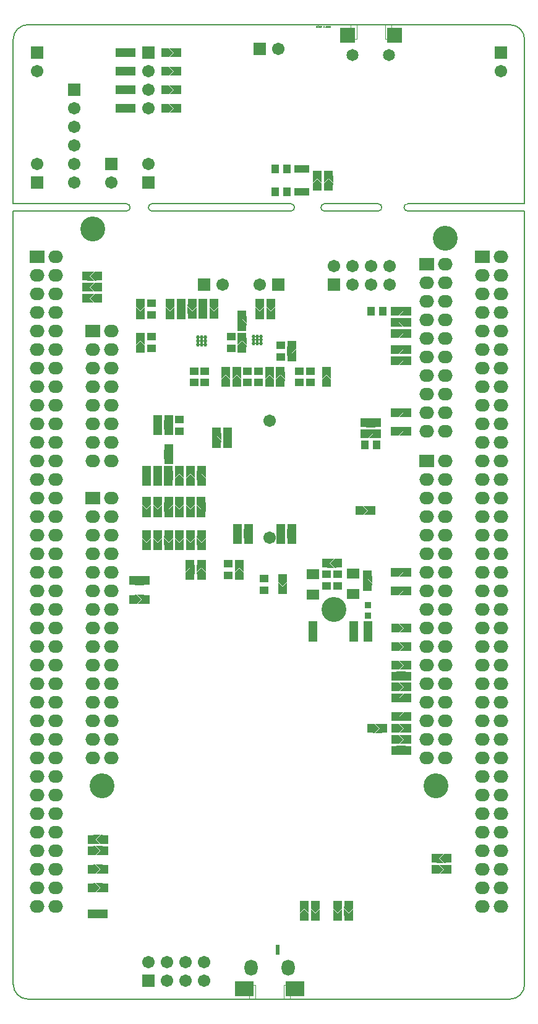
<source format=gbs>
%FSLAX25Y25*%
%MOIN*%
G70*
G01*
G75*
G04 Layer_Color=16711935*
%ADD10R,0.01575X0.05315*%
%ADD11R,0.07087X0.07480*%
%ADD12R,0.05906X0.07480*%
%ADD13R,0.03937X0.03937*%
%ADD14C,0.03937*%
%ADD15R,0.04724X0.02362*%
%ADD16R,0.03937X0.00787*%
%ADD17R,0.00787X0.03937*%
%ADD18R,0.03937X0.07087*%
%ADD19R,0.02362X0.04331*%
%ADD20R,0.01600X0.03000*%
%ADD21R,0.06496X0.01181*%
%ADD22R,0.01181X0.06496*%
G04:AMPARAMS|DCode=23|XSize=39.37mil|YSize=98.43mil|CornerRadius=0mil|HoleSize=0mil|Usage=FLASHONLY|Rotation=135.000|XOffset=0mil|YOffset=0mil|HoleType=Round|Shape=Rectangle|*
%AMROTATEDRECTD23*
4,1,4,0.04872,0.02088,-0.02088,-0.04872,-0.04872,-0.02088,0.02088,0.04872,0.04872,0.02088,0.0*
%
%ADD23ROTATEDRECTD23*%

G04:AMPARAMS|DCode=24|XSize=39.37mil|YSize=98.43mil|CornerRadius=0mil|HoleSize=0mil|Usage=FLASHONLY|Rotation=225.000|XOffset=0mil|YOffset=0mil|HoleType=Round|Shape=Rectangle|*
%AMROTATEDRECTD24*
4,1,4,-0.02088,0.04872,0.04872,-0.02088,0.02088,-0.04872,-0.04872,0.02088,-0.02088,0.04872,0.0*
%
%ADD24ROTATEDRECTD24*%

%ADD25R,0.08661X0.02362*%
%ADD26R,0.01772X0.01969*%
%ADD27R,0.07874X0.04724*%
%ADD28R,0.08000X0.04000*%
%ADD29R,0.09000X0.12000*%
%ADD30R,0.04331X0.05906*%
%ADD31R,0.01575X0.05315*%
%ADD32R,0.06000X0.05000*%
%ADD33R,0.11024X0.05906*%
%ADD34R,0.10630X0.05906*%
%ADD35R,0.09055X0.07087*%
%ADD36R,0.03150X0.03543*%
%ADD37R,0.07874X0.02362*%
%ADD38R,0.03937X0.03543*%
%ADD39R,0.04000X0.03200*%
%ADD40C,0.00906*%
%ADD41R,0.01969X0.00984*%
%ADD42R,0.00984X0.01969*%
%ADD43R,0.03543X0.03937*%
%ADD44R,0.05315X0.01575*%
%ADD45R,0.03937X0.03937*%
%ADD46R,0.05906X0.10630*%
%ADD47R,0.05000X0.06000*%
%ADD48C,0.01000*%
%ADD49C,0.03000*%
%ADD50C,0.02000*%
%ADD51C,0.00500*%
%ADD52C,0.00800*%
%ADD53C,0.00900*%
%ADD54C,0.00600*%
%ADD55C,0.04000*%
%ADD56C,0.00610*%
%ADD57C,0.01600*%
%ADD58R,0.09000X0.05500*%
%ADD59R,0.11400X0.05400*%
%ADD60R,0.24300X0.08400*%
%ADD61R,0.23700X0.05006*%
%ADD62C,0.00394*%
%ADD63C,0.00197*%
%ADD64O,0.06299X0.07874*%
%ADD65R,0.09449X0.07480*%
%ADD66C,0.05709*%
%ADD67O,0.07087X0.05906*%
%ADD68R,0.07087X0.05906*%
%ADD69C,0.05906*%
%ADD70R,0.05906X0.05906*%
%ADD71R,0.05906X0.05906*%
%ADD72C,0.12598*%
%ADD73C,0.01500*%
%ADD74C,0.01600*%
%ADD75C,0.02000*%
%ADD76R,0.01181X0.01772*%
%ADD77R,0.03000X0.03000*%
%ADD78R,0.01181X0.03150*%
%ADD79C,0.01260*%
%ADD80R,0.03200X0.04000*%
%ADD81C,0.00984*%
%ADD82C,0.00787*%
%ADD83C,0.00050*%
%ADD84C,0.01200*%
%ADD85C,0.00300*%
%ADD86C,0.00120*%
%ADD87R,0.00730X0.02560*%
%ADD88R,0.06700X0.01800*%
%ADD89R,0.00650X0.02300*%
%ADD90R,0.03000X0.13551*%
%ADD91R,0.02300X0.00650*%
%ADD92R,0.01800X0.06700*%
%ADD93R,0.02560X0.00730*%
%ADD94R,0.02375X0.06115*%
%ADD95R,0.07887X0.08280*%
%ADD96R,0.06706X0.08280*%
%ADD97C,0.04737*%
%ADD98R,0.05524X0.03162*%
%ADD99R,0.04737X0.01587*%
%ADD100R,0.01587X0.04737*%
%ADD101R,0.04737X0.07887*%
%ADD102R,0.03162X0.05131*%
%ADD103R,0.02400X0.03800*%
%ADD104R,0.07296X0.01981*%
%ADD105R,0.01981X0.07296*%
G04:AMPARAMS|DCode=106|XSize=47.37mil|YSize=106.42mil|CornerRadius=0mil|HoleSize=0mil|Usage=FLASHONLY|Rotation=135.000|XOffset=0mil|YOffset=0mil|HoleType=Round|Shape=Rectangle|*
%AMROTATEDRECTD106*
4,1,4,0.05438,0.02088,-0.02088,-0.05438,-0.05438,-0.02088,0.02088,0.05438,0.05438,0.02088,0.0*
%
%ADD106ROTATEDRECTD106*%

G04:AMPARAMS|DCode=107|XSize=47.37mil|YSize=106.42mil|CornerRadius=0mil|HoleSize=0mil|Usage=FLASHONLY|Rotation=225.000|XOffset=0mil|YOffset=0mil|HoleType=Round|Shape=Rectangle|*
%AMROTATEDRECTD107*
4,1,4,-0.02088,0.05438,0.05438,-0.02088,0.02088,-0.05438,-0.05438,0.02088,-0.02088,0.05438,0.0*
%
%ADD107ROTATEDRECTD107*%

%ADD108R,0.09461X0.03162*%
%ADD109R,0.02572X0.02769*%
%ADD110R,0.08674X0.05524*%
%ADD111R,0.08800X0.04800*%
%ADD112R,0.09800X0.12800*%
%ADD113R,0.05131X0.06706*%
%ADD114R,0.02375X0.06115*%
%ADD115R,0.06800X0.05800*%
%ADD116R,0.11824X0.06706*%
%ADD117R,0.11430X0.06706*%
%ADD118R,0.09855X0.07887*%
%ADD119R,0.03950X0.04343*%
%ADD120R,0.08674X0.03162*%
%ADD121R,0.04737X0.04343*%
%ADD122R,0.04800X0.04000*%
%ADD123C,0.01706*%
%ADD124R,0.02769X0.01784*%
%ADD125R,0.01784X0.02769*%
%ADD126R,0.04343X0.04737*%
%ADD127R,0.06115X0.02375*%
%ADD128R,0.06706X0.11430*%
%ADD129R,0.05800X0.06800*%
%ADD130O,0.07099X0.08674*%
%ADD131R,0.10249X0.08280*%
%ADD132C,0.06509*%
%ADD133O,0.07887X0.06706*%
%ADD134R,0.07887X0.06706*%
%ADD135C,0.06706*%
%ADD136R,0.06706X0.06706*%
%ADD137R,0.06706X0.06706*%
%ADD138C,0.13398*%
%ADD139R,0.01981X0.02572*%
%ADD140R,0.03800X0.03800*%
%ADD141R,0.01981X0.03950*%
%ADD142C,0.02060*%
%ADD143R,0.04000X0.04800*%
G36*
X81400Y10200D02*
X79000Y12600D01*
X76600Y10200D01*
Y14000D01*
X81400D01*
Y10200D01*
D02*
G37*
G36*
X127875Y14800D02*
X130275Y12400D01*
X126475D01*
Y14800D01*
Y17200D01*
X130275D01*
X127875Y14800D01*
D02*
G37*
G36*
X131475Y12400D02*
X130475D01*
X128075Y14800D01*
X130475Y17200D01*
X131475D01*
Y12400D01*
D02*
G37*
G36*
X81400Y10000D02*
Y9000D01*
X76600D01*
Y10000D01*
X79000Y12400D01*
X81400Y10000D01*
D02*
G37*
G36*
X54900Y10100D02*
X52500Y12500D01*
X50100Y10100D01*
Y13900D01*
X54900D01*
Y10100D01*
D02*
G37*
G36*
X61000Y10200D02*
X58600Y12600D01*
X56200Y10200D01*
Y14000D01*
X61000D01*
Y10200D01*
D02*
G37*
G36*
X49200Y24550D02*
X44400D01*
Y28350D01*
X46800Y25950D01*
X49200Y28350D01*
Y24550D01*
D02*
G37*
G36*
X55100D02*
X50300D01*
Y28350D01*
X52700Y25950D01*
X55100Y28350D01*
Y24550D01*
D02*
G37*
G36*
X61000D02*
X56200D01*
Y28350D01*
X58600Y25950D01*
X61000Y28350D01*
Y24550D01*
D02*
G37*
G36*
X31500D02*
X26700D01*
Y28350D01*
X29100Y25950D01*
X31500Y28350D01*
Y24550D01*
D02*
G37*
G36*
X37400D02*
X32600D01*
Y28350D01*
X35000Y25950D01*
X37400Y28350D01*
Y24550D01*
D02*
G37*
G36*
X43300D02*
X38500D01*
Y28350D01*
X40900Y25950D01*
X43300Y28350D01*
Y24550D01*
D02*
G37*
G36*
X61000Y10000D02*
Y9000D01*
X56200D01*
Y10000D01*
X58600Y12400D01*
X61000Y10000D01*
D02*
G37*
G36*
X104800Y975D02*
X100000D01*
Y4775D01*
X102400Y2375D01*
X104800Y4775D01*
Y975D01*
D02*
G37*
G36*
Y4975D02*
X102400Y2575D01*
X100000Y4975D01*
Y5975D01*
X104800D01*
Y4975D01*
D02*
G37*
G36*
X26225Y5500D02*
X23825Y3100D01*
X22825D01*
Y7900D01*
X23825D01*
X26225Y5500D01*
D02*
G37*
G36*
X27825Y-4600D02*
Y-7000D01*
X24025D01*
X26425Y-4600D01*
X24025Y-2200D01*
X27825D01*
Y-4600D01*
D02*
G37*
G36*
X167225Y-100D02*
X164825Y-2500D01*
X163825D01*
Y2300D01*
X164825D01*
X167225Y-100D01*
D02*
G37*
G36*
X168825D02*
Y-2500D01*
X165025D01*
X167425Y-100D01*
X165025Y2300D01*
X168825D01*
Y-100D01*
D02*
G37*
G36*
X167225Y10000D02*
X164825Y7600D01*
X163825D01*
Y12400D01*
X164825D01*
X167225Y10000D01*
D02*
G37*
G36*
X168825D02*
Y7600D01*
X165025D01*
X167425Y10000D01*
X165025Y12400D01*
X168825D01*
Y10000D01*
D02*
G37*
G36*
X54900Y9900D02*
Y8900D01*
X50100D01*
Y9900D01*
X52500Y12300D01*
X54900Y9900D01*
D02*
G37*
G36*
X27825Y5500D02*
Y3100D01*
X24025D01*
X26425Y5500D01*
X24025Y7900D01*
X27825D01*
Y5500D01*
D02*
G37*
G36*
X150600Y4100D02*
Y3100D01*
X145800D01*
Y4100D01*
X148200Y6500D01*
X150600Y4100D01*
D02*
G37*
G36*
Y4300D02*
X148200Y6700D01*
X145800Y4300D01*
Y8100D01*
X150600D01*
Y4300D01*
D02*
G37*
G36*
X31500Y28550D02*
X29100Y26150D01*
X26700Y28550D01*
Y29550D01*
X31500D01*
Y28550D01*
D02*
G37*
G36*
X37400Y42450D02*
X32600D01*
Y46250D01*
X35000Y43850D01*
X37400Y46250D01*
Y42450D01*
D02*
G37*
G36*
X43300D02*
X38500D01*
Y46250D01*
X40900Y43850D01*
X43300Y46250D01*
Y42450D01*
D02*
G37*
G36*
X49200D02*
X44400D01*
Y46250D01*
X46800Y43850D01*
X49200Y46250D01*
Y42450D01*
D02*
G37*
G36*
X148125Y43300D02*
X145725Y40900D01*
X144725D01*
Y45700D01*
X145725D01*
X148125Y43300D01*
D02*
G37*
G36*
X149725D02*
Y40900D01*
X145925D01*
X148325Y43300D01*
X145925Y45700D01*
X149725D01*
Y43300D01*
D02*
G37*
G36*
X31500Y42450D02*
X26700D01*
Y46250D01*
X29100Y43850D01*
X31500Y46250D01*
Y42450D01*
D02*
G37*
G36*
X37400Y46450D02*
X35000Y44050D01*
X32600Y46450D01*
Y47450D01*
X37400D01*
Y46450D01*
D02*
G37*
G36*
X43300D02*
X40900Y44050D01*
X38500Y46450D01*
Y47450D01*
X43300D01*
Y46450D01*
D02*
G37*
G36*
X49200D02*
X46800Y44050D01*
X44400Y46450D01*
Y47450D01*
X49200D01*
Y46450D01*
D02*
G37*
G36*
X55053Y42450D02*
X50253D01*
Y46250D01*
X52653Y43850D01*
X55053Y46250D01*
Y42450D01*
D02*
G37*
G36*
X60930D02*
X56130D01*
Y46250D01*
X58530Y43850D01*
X60930Y46250D01*
Y42450D01*
D02*
G37*
G36*
X31500Y46450D02*
X29100Y44050D01*
X26700Y46450D01*
Y47450D01*
X31500D01*
Y46450D01*
D02*
G37*
G36*
X109670Y29325D02*
X107270Y31725D01*
X104870Y29325D01*
Y33125D01*
X109670D01*
Y29325D01*
D02*
G37*
G36*
X55100Y28550D02*
X52700Y26150D01*
X50300Y28550D01*
Y29550D01*
X55100D01*
Y28550D01*
D02*
G37*
G36*
X61000D02*
X58600Y26150D01*
X56200Y28550D01*
Y29550D01*
X61000D01*
Y28550D01*
D02*
G37*
G36*
X80400Y29125D02*
Y28125D01*
X75600D01*
Y29125D01*
X78000Y31525D01*
X80400Y29125D01*
D02*
G37*
G36*
X37400Y28550D02*
X35000Y26150D01*
X32600Y28550D01*
Y29550D01*
X37400D01*
Y28550D01*
D02*
G37*
G36*
X43300D02*
X40900Y26150D01*
X38500Y28550D01*
Y29550D01*
X43300D01*
Y28550D01*
D02*
G37*
G36*
X49200D02*
X46800Y26150D01*
X44400Y28550D01*
Y29550D01*
X49200D01*
Y28550D01*
D02*
G37*
G36*
X80400Y29325D02*
X78000Y31725D01*
X75600Y29325D01*
Y33125D01*
X80400D01*
Y29325D01*
D02*
G37*
G36*
X86300D02*
X83900Y31725D01*
X81500Y29325D01*
Y33125D01*
X86300D01*
Y29325D01*
D02*
G37*
G36*
X103770D02*
X101370Y31725D01*
X98970Y29325D01*
Y33125D01*
X103770D01*
Y29325D01*
D02*
G37*
G36*
X86300Y29125D02*
Y28125D01*
X81500D01*
Y29125D01*
X83900Y31525D01*
X86300Y29125D01*
D02*
G37*
G36*
X103770D02*
Y28125D01*
X98970D01*
Y29125D01*
X101370Y31525D01*
X103770Y29125D01*
D02*
G37*
G36*
X109670D02*
Y28125D01*
X104870D01*
Y29125D01*
X107270Y31525D01*
X109670Y29125D01*
D02*
G37*
G36*
X186850Y-144200D02*
X189250Y-146600D01*
X185450D01*
Y-144200D01*
Y-141800D01*
X189250D01*
X186850Y-144200D01*
D02*
G37*
G36*
X190450Y-146600D02*
X189450D01*
X187050Y-144200D01*
X189450Y-141800D01*
X190450D01*
Y-146600D01*
D02*
G37*
G36*
X3900Y-139900D02*
X1500Y-142300D01*
X500D01*
Y-137500D01*
X1500D01*
X3900Y-139900D01*
D02*
G37*
G36*
X190700Y-150100D02*
Y-152500D01*
X186900D01*
X189300Y-150100D01*
X186900Y-147700D01*
X190700D01*
Y-150100D01*
D02*
G37*
G36*
X3900Y-149900D02*
X1500Y-152300D01*
X500D01*
Y-147500D01*
X1500D01*
X3900Y-149900D01*
D02*
G37*
G36*
X5500D02*
Y-152300D01*
X1700D01*
X4100Y-149900D01*
X1700Y-147500D01*
X5500D01*
Y-149900D01*
D02*
G37*
G36*
X165175Y-85900D02*
X167575Y-88300D01*
X163775D01*
Y-85900D01*
Y-83500D01*
X167575D01*
X165175Y-85900D01*
D02*
G37*
G36*
X168775Y-88300D02*
X167775D01*
X165375Y-85900D01*
X167775Y-83500D01*
X168775D01*
Y-88300D01*
D02*
G37*
G36*
X167425Y-80000D02*
X165025Y-82400D01*
X164025D01*
Y-77600D01*
X165025D01*
X167425Y-80000D01*
D02*
G37*
G36*
X5500Y-139900D02*
Y-142300D01*
X1700D01*
X4100Y-139900D01*
X1700Y-137500D01*
X5500D01*
Y-139900D01*
D02*
G37*
G36*
X1650Y-133900D02*
X4050Y-136300D01*
X250D01*
Y-133900D01*
Y-131500D01*
X4050D01*
X1650Y-133900D01*
D02*
G37*
G36*
X5250Y-136300D02*
X4250D01*
X1850Y-133900D01*
X4250Y-131500D01*
X5250D01*
Y-136300D01*
D02*
G37*
G36*
X189100Y-150100D02*
X186700Y-152500D01*
X185700D01*
Y-147700D01*
X186700D01*
X189100Y-150100D01*
D02*
G37*
G36*
X122400Y-175025D02*
X117600D01*
Y-171225D01*
X120000Y-173625D01*
X122400Y-171225D01*
Y-175025D01*
D02*
G37*
G36*
X134400D02*
X129600D01*
Y-171225D01*
X132000Y-173625D01*
X134400Y-171225D01*
Y-175025D01*
D02*
G37*
G36*
X140300D02*
X135500D01*
Y-171225D01*
X137900Y-173625D01*
X140300Y-171225D01*
Y-175025D01*
D02*
G37*
G36*
X1575Y-174100D02*
X3975Y-176500D01*
X175D01*
Y-174100D01*
Y-171700D01*
X3975D01*
X1575Y-174100D01*
D02*
G37*
G36*
X5175Y-176500D02*
X4175D01*
X1775Y-174100D01*
X4175Y-171700D01*
X5175D01*
Y-176500D01*
D02*
G37*
G36*
X116500Y-173769D02*
Y-174769D01*
X111700D01*
Y-173769D01*
X114100Y-171369D01*
X116500Y-173769D01*
D02*
G37*
G36*
X140300Y-171025D02*
X137900Y-173425D01*
X135500Y-171025D01*
Y-170025D01*
X140300D01*
Y-171025D01*
D02*
G37*
G36*
X3900Y-159900D02*
X1500Y-162300D01*
X500D01*
Y-157500D01*
X1500D01*
X3900Y-159900D01*
D02*
G37*
G36*
X5500D02*
Y-162300D01*
X1700D01*
X4100Y-159900D01*
X1700Y-157500D01*
X5500D01*
Y-159900D01*
D02*
G37*
G36*
X116500Y-173569D02*
X114100Y-171169D01*
X111700Y-173569D01*
Y-169769D01*
X116500D01*
Y-173569D01*
D02*
G37*
G36*
X122400Y-171025D02*
X120000Y-173425D01*
X117600Y-171025D01*
Y-170025D01*
X122400D01*
Y-171025D01*
D02*
G37*
G36*
X134400D02*
X132000Y-173425D01*
X129600Y-171025D01*
Y-170025D01*
X134400D01*
Y-171025D01*
D02*
G37*
G36*
X169025Y-80000D02*
Y-82400D01*
X165225D01*
X167625Y-80000D01*
X165225Y-77600D01*
X169025D01*
Y-80000D01*
D02*
G37*
G36*
X121200Y-23275D02*
Y-24275D01*
X116400D01*
Y-23275D01*
X118800Y-20875D01*
X121200Y-23275D01*
D02*
G37*
G36*
X143100D02*
Y-24275D01*
X138300D01*
Y-23275D01*
X140700Y-20875D01*
X143100Y-23275D01*
D02*
G37*
G36*
X150700D02*
Y-24275D01*
X145900D01*
Y-23275D01*
X148300Y-20875D01*
X150700Y-23275D01*
D02*
G37*
G36*
X169025Y-40000D02*
Y-42400D01*
X165225D01*
X167625Y-40000D01*
X165225Y-37600D01*
X169025D01*
Y-40000D01*
D02*
G37*
G36*
X167425Y-30000D02*
X165025Y-32400D01*
X164025D01*
Y-27600D01*
X165025D01*
X167425Y-30000D01*
D02*
G37*
G36*
X169025D02*
Y-32400D01*
X165225D01*
X167625Y-30000D01*
X165225Y-27600D01*
X169025D01*
Y-30000D01*
D02*
G37*
G36*
X167425Y-20000D02*
X165025Y-22400D01*
X164025D01*
Y-17600D01*
X165025D01*
X167425Y-20000D01*
D02*
G37*
G36*
X169025D02*
Y-22400D01*
X165225D01*
X167625Y-20000D01*
X165225Y-17600D01*
X169025D01*
Y-20000D01*
D02*
G37*
G36*
X26225Y-4600D02*
X23825Y-7000D01*
X22825D01*
Y-2200D01*
X23825D01*
X26225Y-4600D01*
D02*
G37*
G36*
X121200Y-23075D02*
X118800Y-20675D01*
X116400Y-23075D01*
Y-19275D01*
X121200D01*
Y-23075D01*
D02*
G37*
G36*
X143100D02*
X140700Y-20675D01*
X138300Y-23075D01*
Y-19275D01*
X143100D01*
Y-23075D01*
D02*
G37*
G36*
X150700D02*
X148300Y-20675D01*
X145900Y-23075D01*
Y-19275D01*
X150700D01*
Y-23075D01*
D02*
G37*
G36*
X167425Y-40000D02*
X165025Y-42400D01*
X164025D01*
Y-37600D01*
X165025D01*
X167425Y-40000D01*
D02*
G37*
G36*
X169025Y-74100D02*
Y-76500D01*
X165225D01*
X167625Y-74100D01*
X165225Y-71700D01*
X169025D01*
Y-74100D01*
D02*
G37*
G36*
X165200Y-67700D02*
X167600Y-70100D01*
X163800D01*
Y-67700D01*
Y-65300D01*
X167600D01*
X165200Y-67700D01*
D02*
G37*
G36*
X168800Y-70100D02*
X167800D01*
X165400Y-67700D01*
X167800Y-65300D01*
X168800D01*
Y-70100D01*
D02*
G37*
G36*
X154525Y-74200D02*
X152125Y-76600D01*
X151125D01*
Y-71800D01*
X152125D01*
X154525Y-74200D01*
D02*
G37*
G36*
X156125D02*
Y-76600D01*
X152325D01*
X154725Y-74200D01*
X152325Y-71800D01*
X156125D01*
Y-74200D01*
D02*
G37*
G36*
X167425Y-74100D02*
X165025Y-76500D01*
X164025D01*
Y-71700D01*
X165025D01*
X167425Y-74100D01*
D02*
G37*
G36*
X169025Y-51800D02*
Y-54200D01*
X165225D01*
X167625Y-51800D01*
X165225Y-49400D01*
X169025D01*
Y-51800D01*
D02*
G37*
G36*
X165175Y-45900D02*
X167575Y-48300D01*
X163775D01*
Y-45900D01*
Y-43500D01*
X167575D01*
X165175Y-45900D01*
D02*
G37*
G36*
X168775Y-48300D02*
X167775D01*
X165375Y-45900D01*
X167775Y-43500D01*
X168775D01*
Y-48300D01*
D02*
G37*
G36*
X165175Y-57700D02*
X167575Y-60100D01*
X163775D01*
Y-57700D01*
Y-55300D01*
X167575D01*
X165175Y-57700D01*
D02*
G37*
G36*
X168775Y-60100D02*
X167775D01*
X165375Y-57700D01*
X167775Y-55300D01*
X168775D01*
Y-60100D01*
D02*
G37*
G36*
X167425Y-51800D02*
X165025Y-54200D01*
X164025D01*
Y-49400D01*
X165025D01*
X167425Y-51800D01*
D02*
G37*
G36*
X55960Y149208D02*
X51160D01*
Y153008D01*
X53560Y150608D01*
X55960Y153008D01*
Y149208D01*
D02*
G37*
G36*
X50100Y150625D02*
X47700Y153025D01*
X45300Y150625D01*
Y154425D01*
X50100D01*
Y150625D01*
D02*
G37*
G36*
X61860Y150658D02*
X59460Y153058D01*
X57060Y150658D01*
Y154458D01*
X61860D01*
Y150658D01*
D02*
G37*
G36*
X92379Y149175D02*
X87579D01*
Y152975D01*
X89979Y150575D01*
X92379Y152975D01*
Y149175D01*
D02*
G37*
G36*
X98400D02*
X93600D01*
Y152975D01*
X96000Y150575D01*
X98400Y152975D01*
Y149175D01*
D02*
G37*
G36*
X67800Y149200D02*
X63000D01*
Y153000D01*
X65400Y150600D01*
X67800Y153000D01*
Y149200D01*
D02*
G37*
G36*
X98400Y153175D02*
X96000Y150775D01*
X93600Y153175D01*
Y154175D01*
X98400D01*
Y153175D01*
D02*
G37*
G36*
X67800Y153200D02*
X65400Y150800D01*
X63000Y153200D01*
Y154200D01*
X67800D01*
Y153200D01*
D02*
G37*
G36*
X55960Y153208D02*
X53560Y150808D01*
X51160Y153208D01*
Y154208D01*
X55960D01*
Y153208D01*
D02*
G37*
G36*
X28200Y153175D02*
X25800Y150775D01*
X23400Y153175D01*
Y154175D01*
X28200D01*
Y153175D01*
D02*
G37*
G36*
X44030D02*
X41630Y150775D01*
X39230Y153175D01*
Y154175D01*
X44030D01*
Y153175D01*
D02*
G37*
G36*
X92379D02*
X89979Y150775D01*
X87579Y153175D01*
Y154175D01*
X92379D01*
Y153175D01*
D02*
G37*
G36*
X44030Y149175D02*
X39230D01*
Y152975D01*
X41630Y150575D01*
X44030Y152975D01*
Y149175D01*
D02*
G37*
G36*
X165000Y144600D02*
X167400Y142200D01*
X163600D01*
Y144600D01*
Y147000D01*
X167400D01*
X165000Y144600D01*
D02*
G37*
G36*
X168600Y142200D02*
X167600D01*
X165200Y144600D01*
X167600Y147000D01*
X168600D01*
Y142200D01*
D02*
G37*
G36*
X82900Y144100D02*
Y143100D01*
X78100D01*
Y144100D01*
X80500Y146500D01*
X82900Y144100D01*
D02*
G37*
G36*
Y132525D02*
X80500Y134925D01*
X78100Y132525D01*
Y136325D01*
X82900D01*
Y132525D01*
D02*
G37*
G36*
X167225Y138700D02*
X164825Y136300D01*
X163825D01*
Y141100D01*
X164825D01*
X167225Y138700D01*
D02*
G37*
G36*
X168825D02*
Y136300D01*
X165025D01*
X167425Y138700D01*
X165025Y141100D01*
X168825D01*
Y138700D01*
D02*
G37*
G36*
X50100Y150425D02*
Y149425D01*
X45300D01*
Y150425D01*
X47700Y152825D01*
X50100Y150425D01*
D02*
G37*
G36*
X61860Y150458D02*
Y149458D01*
X57060D01*
Y150458D01*
X59460Y152858D01*
X61860Y150458D01*
D02*
G37*
G36*
X28200Y149175D02*
X23400D01*
Y152975D01*
X25800Y150575D01*
X28200Y152975D01*
Y149175D01*
D02*
G37*
G36*
X82900Y144300D02*
X80500Y146700D01*
X78100Y144300D01*
Y148100D01*
X82900D01*
Y144300D01*
D02*
G37*
G36*
X167250Y150600D02*
X164850Y148200D01*
X163850D01*
Y153000D01*
X164850D01*
X167250Y150600D01*
D02*
G37*
G36*
X168850D02*
Y148200D01*
X165050D01*
X167450Y150600D01*
X165050Y153000D01*
X168850D01*
Y150600D01*
D02*
G37*
G36*
X-1600Y157700D02*
X800Y155300D01*
X-3000D01*
Y157700D01*
Y160100D01*
X800D01*
X-1600Y157700D01*
D02*
G37*
G36*
X45025Y270000D02*
Y267600D01*
X41225D01*
X43625Y270000D01*
X41225Y272400D01*
X45025D01*
Y270000D01*
D02*
G37*
G36*
X18625Y280000D02*
X16225Y277600D01*
X15225D01*
Y282400D01*
X16225D01*
X18625Y280000D01*
D02*
G37*
G36*
X20225D02*
Y277600D01*
X16425D01*
X18825Y280000D01*
X16425Y282400D01*
X20225D01*
Y280000D01*
D02*
G37*
G36*
X18625Y270000D02*
X16225Y267600D01*
X15225D01*
Y272400D01*
X16225D01*
X18625Y270000D01*
D02*
G37*
G36*
X20225D02*
Y267600D01*
X16425D01*
X18825Y270000D01*
X16425Y272400D01*
X20225D01*
Y270000D01*
D02*
G37*
G36*
X43425D02*
X41025Y267600D01*
X40025D01*
Y272400D01*
X41025D01*
X43425Y270000D01*
D02*
G37*
G36*
X20225Y290000D02*
Y287600D01*
X16425D01*
X18825Y290000D01*
X16425Y292400D01*
X20225D01*
Y290000D01*
D02*
G37*
G36*
X43425D02*
X41025Y287600D01*
X40025D01*
Y292400D01*
X41025D01*
X43425Y290000D01*
D02*
G37*
G36*
X45025D02*
Y287600D01*
X41225D01*
X43625Y290000D01*
X41225Y292400D01*
X45025D01*
Y290000D01*
D02*
G37*
G36*
X43425Y280000D02*
X41025Y277600D01*
X40025D01*
Y282400D01*
X41025D01*
X43425Y280000D01*
D02*
G37*
G36*
X45025D02*
Y277600D01*
X41225D01*
X43625Y280000D01*
X41225Y282400D01*
X45025D01*
Y280000D01*
D02*
G37*
G36*
X18625Y290000D02*
X16225Y287600D01*
X15225D01*
Y292400D01*
X16225D01*
X18625Y290000D01*
D02*
G37*
G36*
X45025Y260000D02*
Y257600D01*
X41225D01*
X43625Y260000D01*
X41225Y262400D01*
X45025D01*
Y260000D01*
D02*
G37*
G36*
X-1600Y169500D02*
X800Y167100D01*
X-3000D01*
Y169500D01*
Y171900D01*
X800D01*
X-1600Y169500D01*
D02*
G37*
G36*
X2000Y167100D02*
X1000D01*
X-1400Y169500D01*
X1000Y171900D01*
X2000D01*
Y167100D01*
D02*
G37*
G36*
X123400Y219600D02*
Y218600D01*
X118600D01*
Y219600D01*
X121000Y222000D01*
X123400Y219600D01*
D02*
G37*
G36*
X2000Y155300D02*
X1000D01*
X-1400Y157700D01*
X1000Y160100D01*
X2000D01*
Y155300D01*
D02*
G37*
G36*
X-1600Y163600D02*
X800Y161200D01*
X-3000D01*
Y163600D01*
Y166000D01*
X800D01*
X-1600Y163600D01*
D02*
G37*
G36*
X2000Y161200D02*
X1000D01*
X-1400Y163600D01*
X1000Y166000D01*
X2000D01*
Y161200D01*
D02*
G37*
G36*
X18625Y260000D02*
X16225Y257600D01*
X15225D01*
Y262400D01*
X16225D01*
X18625Y260000D01*
D02*
G37*
G36*
X20225D02*
Y257600D01*
X16425D01*
X18825Y260000D01*
X16425Y262400D01*
X20225D01*
Y260000D01*
D02*
G37*
G36*
X43425D02*
X41025Y257600D01*
X40025D01*
Y262400D01*
X41025D01*
X43425Y260000D01*
D02*
G37*
G36*
X129600Y219600D02*
Y218600D01*
X124800D01*
Y219600D01*
X127200Y222000D01*
X129600Y219600D01*
D02*
G37*
G36*
X123400Y219800D02*
X121000Y222200D01*
X118600Y219800D01*
Y223600D01*
X123400D01*
Y219800D01*
D02*
G37*
G36*
X129600D02*
X127200Y222200D01*
X124800Y219800D01*
Y223600D01*
X129600D01*
Y219800D01*
D02*
G37*
G36*
X69257Y81100D02*
Y80100D01*
X64457D01*
Y81100D01*
X66857Y83500D01*
X69257Y81100D01*
D02*
G37*
G36*
X75200D02*
Y80100D01*
X70400D01*
Y81100D01*
X72800Y83500D01*
X75200Y81100D01*
D02*
G37*
G36*
X69257Y81300D02*
X66857Y83700D01*
X64457Y81300D01*
Y85100D01*
X69257D01*
Y81300D01*
D02*
G37*
G36*
X60953Y60725D02*
X58553Y63125D01*
X56153Y60725D01*
Y64525D01*
X60953D01*
Y60725D01*
D02*
G37*
G36*
X43300Y71075D02*
X38500D01*
Y74875D01*
X40900Y72475D01*
X43300Y74875D01*
Y71075D01*
D02*
G37*
G36*
Y75075D02*
X40900Y72675D01*
X38500Y75075D01*
Y76075D01*
X43300D01*
Y75075D01*
D02*
G37*
G36*
X167225Y86000D02*
X164825Y83600D01*
X163825D01*
Y88400D01*
X164825D01*
X167225Y86000D01*
D02*
G37*
G36*
X168825D02*
Y83600D01*
X165025D01*
X167425Y86000D01*
X165025Y88400D01*
X168825D01*
Y86000D01*
D02*
G37*
G36*
X37400Y87825D02*
Y86825D01*
X32600D01*
Y87825D01*
X35000Y90225D01*
X37400Y87825D01*
D02*
G37*
G36*
X75200Y81300D02*
X72800Y83700D01*
X70400Y81300D01*
Y85100D01*
X75200D01*
Y81300D01*
D02*
G37*
G36*
X150925Y84600D02*
X148525Y82200D01*
X147525D01*
Y87000D01*
X148525D01*
X150925Y84600D01*
D02*
G37*
G36*
X152525D02*
Y82200D01*
X148725D01*
X151125Y84600D01*
X148725Y87000D01*
X152525D01*
Y84600D01*
D02*
G37*
G36*
X55053Y60725D02*
X52653Y63125D01*
X50253Y60725D01*
Y64525D01*
X55053D01*
Y60725D01*
D02*
G37*
G36*
X31453Y60500D02*
Y59500D01*
X26653D01*
Y60500D01*
X29053Y62900D01*
X31453Y60500D01*
D02*
G37*
G36*
X37353D02*
Y59500D01*
X32553D01*
Y60500D01*
X34953Y62900D01*
X37353Y60500D01*
D02*
G37*
G36*
X49153Y60525D02*
Y59525D01*
X44353D01*
Y60525D01*
X46753Y62925D01*
X49153Y60525D01*
D02*
G37*
G36*
X55053Y46450D02*
X52653Y44050D01*
X50253Y46450D01*
Y47450D01*
X55053D01*
Y46450D01*
D02*
G37*
G36*
X60930D02*
X58530Y44050D01*
X56130Y46450D01*
Y47450D01*
X60930D01*
Y46450D01*
D02*
G37*
G36*
X43253Y60498D02*
Y59498D01*
X38453D01*
Y60498D01*
X40853Y62898D01*
X43253Y60498D01*
D02*
G37*
G36*
X31453Y60700D02*
X29053Y63100D01*
X26653Y60700D01*
Y64500D01*
X31453D01*
Y60700D01*
D02*
G37*
G36*
X37353D02*
X34953Y63100D01*
X32553Y60700D01*
Y64500D01*
X37353D01*
Y60700D01*
D02*
G37*
G36*
X49153Y60725D02*
X46753Y63125D01*
X44353Y60725D01*
Y64525D01*
X49153D01*
Y60725D01*
D02*
G37*
G36*
X55053Y60525D02*
Y59525D01*
X50253D01*
Y60525D01*
X52653Y62925D01*
X55053Y60525D01*
D02*
G37*
G36*
X60953D02*
Y59525D01*
X56153D01*
Y60525D01*
X58553Y62925D01*
X60953Y60525D01*
D02*
G37*
G36*
X43253Y60698D02*
X40853Y63098D01*
X38453Y60698D01*
Y64498D01*
X43253D01*
Y60698D01*
D02*
G37*
G36*
X43300Y87825D02*
Y86825D01*
X38500D01*
Y87825D01*
X40900Y90225D01*
X43300Y87825D01*
D02*
G37*
G36*
X167225Y124000D02*
X164825Y121600D01*
X163825D01*
Y126400D01*
X164825D01*
X167225Y124000D01*
D02*
G37*
G36*
X168825D02*
Y121600D01*
X165025D01*
X167425Y124000D01*
X165025Y126400D01*
X168825D01*
Y124000D01*
D02*
G37*
G36*
X167225Y129900D02*
X164825Y127500D01*
X163825D01*
Y132300D01*
X164825D01*
X167225Y129900D01*
D02*
G37*
G36*
X128500Y114100D02*
X126100Y116500D01*
X123700Y114100D01*
Y117900D01*
X128500D01*
Y114100D01*
D02*
G37*
G36*
X97700Y114125D02*
X95300Y116525D01*
X92900Y114125D01*
Y117925D01*
X97700D01*
Y114125D01*
D02*
G37*
G36*
X103600D02*
X101200Y116525D01*
X98800Y114125D01*
Y117925D01*
X103600D01*
Y114125D01*
D02*
G37*
G36*
X28200Y132325D02*
Y131325D01*
X23400D01*
Y132325D01*
X25800Y134725D01*
X28200Y132325D01*
D02*
G37*
G36*
X82900D02*
Y131325D01*
X78100D01*
Y132325D01*
X80500Y134725D01*
X82900Y132325D01*
D02*
G37*
G36*
X28200Y132525D02*
X25800Y134925D01*
X23400Y132525D01*
Y136325D01*
X28200D01*
Y132525D01*
D02*
G37*
G36*
X168825Y129900D02*
Y127500D01*
X165025D01*
X167425Y129900D01*
X165025Y132300D01*
X168825D01*
Y129900D01*
D02*
G37*
G36*
X109647Y126480D02*
X104847D01*
Y130280D01*
X107247Y127881D01*
X109647Y130280D01*
Y126480D01*
D02*
G37*
G36*
Y130481D02*
X107247Y128080D01*
X104847Y130481D01*
Y131481D01*
X109647D01*
Y130481D01*
D02*
G37*
G36*
X80070Y114100D02*
X77670Y116500D01*
X75270Y114100D01*
Y117900D01*
X80070D01*
Y114100D01*
D02*
G37*
G36*
X152525Y90500D02*
Y88100D01*
X148725D01*
X151125Y90500D01*
X148725Y92900D01*
X152525D01*
Y90500D01*
D02*
G37*
G36*
X167225Y96000D02*
X164825Y93600D01*
X163825D01*
Y98400D01*
X164825D01*
X167225Y96000D01*
D02*
G37*
G36*
X168825D02*
Y93600D01*
X165025D01*
X167425Y96000D01*
X165025Y98400D01*
X168825D01*
Y96000D01*
D02*
G37*
G36*
X37400Y88025D02*
X35000Y90425D01*
X32600Y88025D01*
Y91825D01*
X37400D01*
Y88025D01*
D02*
G37*
G36*
X43300D02*
X40900Y90425D01*
X38500Y88025D01*
Y91825D01*
X43300D01*
Y88025D01*
D02*
G37*
G36*
X150925Y90500D02*
X148525Y88100D01*
X147525D01*
Y92900D01*
X148525D01*
X150925Y90500D01*
D02*
G37*
G36*
X97700Y113925D02*
Y112925D01*
X92900D01*
Y113925D01*
X95300Y116325D01*
X97700Y113925D01*
D02*
G37*
G36*
X103600D02*
Y112925D01*
X98800D01*
Y113925D01*
X101200Y116325D01*
X103600Y113925D01*
D02*
G37*
G36*
X74170Y114100D02*
X71770Y116500D01*
X69370Y114100D01*
Y117900D01*
X74170D01*
Y114100D01*
D02*
G37*
G36*
Y113900D02*
Y112900D01*
X69370D01*
Y113900D01*
X71770Y116300D01*
X74170Y113900D01*
D02*
G37*
G36*
X80070D02*
Y112900D01*
X75270D01*
Y113900D01*
X77670Y116300D01*
X80070Y113900D01*
D02*
G37*
G36*
X128500Y113900D02*
Y112900D01*
X123700D01*
Y113900D01*
X126100Y116300D01*
X128500Y113900D01*
D02*
G37*
D51*
X232796Y297086D02*
G03*
X224921Y304960I-7874J0D01*
G01*
X-34921D02*
G03*
X-42795Y297086I0J-7874D01*
G01*
X106811Y204566D02*
G03*
X106811Y208503I0J1969D01*
G01*
X32008D02*
G03*
X32008Y204566I0J-1969D01*
G01*
X18229D02*
G03*
X18229Y208503I0J1969D01*
G01*
X153858Y204566D02*
G03*
X153858Y208503I0J1969D01*
G01*
X125000Y208503D02*
G03*
X125000Y204566I-0J-1969D01*
G01*
X169803Y208503D02*
G03*
X169803Y204566I0J-1969D01*
G01*
X224921Y-219980D02*
G03*
X232796Y-212106I0J7874D01*
G01*
X-42780Y-212122D02*
G03*
X-34906Y-219996I7874J0D01*
G01*
X-42795Y-212126D02*
Y204567D01*
X232796Y297086D02*
X232796Y297086D01*
Y208503D02*
Y297086D01*
Y-212126D02*
Y204566D01*
X-42795Y208503D02*
Y297086D01*
Y204566D02*
X18229D01*
X-42795Y208503D02*
X18229D01*
X169803D02*
X232796D01*
X169803Y204566D02*
X232796D01*
X32008Y208503D02*
X106811Y208503D01*
X32008Y204566D02*
X106811Y204566D01*
X-34921Y304960D02*
X224921D01*
X125000Y208503D02*
X153858D01*
X125000Y204566D02*
X153858D01*
X-34921Y-220000D02*
X224921D01*
D62*
X71778Y-219968D02*
X84298D01*
Y-212488D01*
X87841D01*
Y-219968D02*
Y-212488D01*
Y-219968D02*
X95400D01*
X102959D01*
Y-212488D01*
X106502D01*
Y-219968D02*
Y-212488D01*
Y-219968D02*
X119022D01*
X161102Y304789D02*
X173622D01*
X161102Y297309D02*
Y304789D01*
X157559Y297309D02*
X161102D01*
X157559D02*
Y304789D01*
X150000D02*
X157559D01*
X142441D02*
X150000D01*
X142441Y297309D02*
Y304789D01*
X138898Y297309D02*
X142441D01*
X138898D02*
Y304789D01*
X126378D02*
X138898D01*
D63*
X128000Y303479D02*
Y304266D01*
X127606D01*
X127475Y304135D01*
Y304003D01*
X127606Y303872D01*
X128000D01*
X127606D01*
X127475Y303741D01*
Y303610D01*
X127606Y303479D01*
X128000D01*
X127082Y304266D02*
X126819D01*
X126688Y304135D01*
Y303872D01*
X126819Y303741D01*
X127082D01*
X127213Y303872D01*
Y304135D01*
X127082Y304266D01*
X126295Y303741D02*
X126032D01*
X125901Y303872D01*
Y304266D01*
X126295D01*
X126426Y304135D01*
X126295Y304003D01*
X125901D01*
X125639Y303741D02*
Y304266D01*
Y304003D01*
X125507Y303872D01*
X125376Y303741D01*
X125245D01*
X124327Y303479D02*
Y304266D01*
X124720D01*
X124851Y304135D01*
Y303872D01*
X124720Y303741D01*
X124327D01*
X122883Y304266D02*
X123146D01*
X123277Y304135D01*
Y303872D01*
X123146Y303741D01*
X122883D01*
X122752Y303872D01*
Y304003D01*
X123277D01*
X121965Y303479D02*
Y304266D01*
X122359D01*
X122490Y304135D01*
Y303872D01*
X122359Y303741D01*
X121965D01*
X121440Y304528D02*
X121309D01*
X121178Y304397D01*
Y303741D01*
X121572D01*
X121703Y303872D01*
Y304135D01*
X121572Y304266D01*
X121178D01*
X120522D02*
X120784D01*
X120916Y304135D01*
Y303872D01*
X120784Y303741D01*
X120522D01*
X120391Y303872D01*
Y304003D01*
X120916D01*
D95*
X162598Y299130D02*
D03*
X137402D02*
D03*
D115*
X118800Y8950D02*
D03*
Y-2050D02*
D03*
X140400Y9200D02*
D03*
Y-1800D02*
D03*
D121*
X31700Y136850D02*
D03*
Y130550D02*
D03*
X74600Y130550D02*
D03*
Y136850D02*
D03*
X31700Y154950D02*
D03*
Y148650D02*
D03*
X126200Y9000D02*
D03*
Y2700D02*
D03*
X101347Y125956D02*
D03*
Y132255D02*
D03*
X73200Y14550D02*
D03*
Y8250D02*
D03*
X132100Y9030D02*
D03*
Y2730D02*
D03*
X92400Y6650D02*
D03*
Y350D02*
D03*
X46800Y92250D02*
D03*
Y85950D02*
D03*
X89400Y112125D02*
D03*
Y118425D02*
D03*
X111400Y112125D02*
D03*
Y118425D02*
D03*
X117300D02*
D03*
Y112125D02*
D03*
X83500D02*
D03*
Y118425D02*
D03*
X60500Y112125D02*
D03*
Y118425D02*
D03*
X54600Y112125D02*
D03*
Y118425D02*
D03*
D122*
X25800Y137075D02*
D03*
Y130325D02*
D03*
X140700Y-25275D02*
D03*
Y-18525D02*
D03*
X148300Y-25275D02*
D03*
Y-18525D02*
D03*
X53560Y155208D02*
D03*
Y148458D02*
D03*
X65400Y155200D02*
D03*
Y148450D02*
D03*
X52500Y7900D02*
D03*
Y14650D02*
D03*
X58600Y8000D02*
D03*
Y14750D02*
D03*
X59460Y148458D02*
D03*
Y155208D02*
D03*
X25800Y155175D02*
D03*
Y148425D02*
D03*
X41630Y155175D02*
D03*
Y148425D02*
D03*
X47700Y148425D02*
D03*
Y155175D02*
D03*
X80500Y130325D02*
D03*
Y137075D02*
D03*
X107247Y132481D02*
D03*
Y125731D02*
D03*
X89979Y155175D02*
D03*
Y148425D02*
D03*
X96000Y155175D02*
D03*
Y148425D02*
D03*
X121000Y217600D02*
D03*
Y224350D02*
D03*
X132000Y-169025D02*
D03*
Y-175775D02*
D03*
X118800Y-25275D02*
D03*
Y-18525D02*
D03*
X40900Y70325D02*
D03*
Y77075D02*
D03*
X127200Y224350D02*
D03*
Y217600D02*
D03*
X35000Y92575D02*
D03*
Y85825D02*
D03*
X72800Y85850D02*
D03*
X66857D02*
D03*
X107270Y33875D02*
D03*
Y27125D02*
D03*
X79000Y14750D02*
D03*
Y8000D02*
D03*
X78000Y33875D02*
D03*
Y27125D02*
D03*
X101370Y33875D02*
D03*
Y27125D02*
D03*
X102400Y225D02*
D03*
Y6975D02*
D03*
X83900Y33875D02*
D03*
Y27125D02*
D03*
X148200Y8850D02*
D03*
Y2100D02*
D03*
X77670Y118650D02*
D03*
Y111900D02*
D03*
X126100Y118650D02*
D03*
Y111900D02*
D03*
X71770Y118650D02*
D03*
Y111900D02*
D03*
X40900Y92575D02*
D03*
Y85825D02*
D03*
X137900Y-175775D02*
D03*
Y-169025D02*
D03*
X120000Y-175775D02*
D03*
Y-169025D02*
D03*
X114100Y-169019D02*
D03*
Y-175769D02*
D03*
X80500Y142100D02*
D03*
Y148850D02*
D03*
X29100Y48450D02*
D03*
Y41700D02*
D03*
X35000Y48450D02*
D03*
Y41700D02*
D03*
X40900Y48450D02*
D03*
Y41700D02*
D03*
X58530Y48450D02*
D03*
Y41700D02*
D03*
X52653Y48450D02*
D03*
Y41700D02*
D03*
X46800Y48450D02*
D03*
Y41700D02*
D03*
Y30550D02*
D03*
Y23800D02*
D03*
X52700Y30550D02*
D03*
Y23800D02*
D03*
X58600Y30550D02*
D03*
Y23800D02*
D03*
X29100Y30550D02*
D03*
Y23800D02*
D03*
X35000Y30550D02*
D03*
Y23800D02*
D03*
X40900Y30550D02*
D03*
Y23800D02*
D03*
X72800Y79100D02*
D03*
X66857D02*
D03*
X40853Y58498D02*
D03*
Y65248D02*
D03*
X46753Y58525D02*
D03*
Y65275D02*
D03*
X52653Y58525D02*
D03*
Y65275D02*
D03*
X58553Y58525D02*
D03*
Y65275D02*
D03*
X29053Y58500D02*
D03*
Y65250D02*
D03*
X34953Y58500D02*
D03*
Y65250D02*
D03*
X95300Y118675D02*
D03*
Y111925D02*
D03*
X101200Y118675D02*
D03*
Y111925D02*
D03*
D126*
X146750Y78700D02*
D03*
X153050D02*
D03*
X98450Y227200D02*
D03*
X104750D02*
D03*
X156475Y150600D02*
D03*
X150175D02*
D03*
X104750Y215100D02*
D03*
X98450D02*
D03*
D130*
X105282Y-202891D02*
D03*
X85482D02*
D03*
D131*
X81621Y-214309D02*
D03*
X109179D02*
D03*
D132*
X140157Y288500D02*
D03*
X159843D02*
D03*
D133*
X190000Y-70000D02*
D03*
X180000D02*
D03*
Y-30000D02*
D03*
X190000D02*
D03*
Y-50000D02*
D03*
X180000D02*
D03*
X190000Y-40000D02*
D03*
X180000D02*
D03*
Y-60000D02*
D03*
X190000D02*
D03*
Y-10000D02*
D03*
X180000D02*
D03*
Y10000D02*
D03*
X190000D02*
D03*
X180000Y0D02*
D03*
X190000D02*
D03*
Y20000D02*
D03*
X180000D02*
D03*
X190000Y30000D02*
D03*
X180000D02*
D03*
X190000Y40000D02*
D03*
X180000D02*
D03*
X190000Y50000D02*
D03*
X180000D02*
D03*
X190000Y60000D02*
D03*
X180000D02*
D03*
X190000Y70000D02*
D03*
X180000Y-20000D02*
D03*
X190000D02*
D03*
Y-80000D02*
D03*
X180000D02*
D03*
Y-90000D02*
D03*
X190000D02*
D03*
Y86000D02*
D03*
X180000D02*
D03*
X190000Y176000D02*
D03*
X180000Y166000D02*
D03*
X190000D02*
D03*
X180000Y156000D02*
D03*
X190000D02*
D03*
X180000Y146000D02*
D03*
X190000D02*
D03*
X180000Y136000D02*
D03*
X190000D02*
D03*
X180000Y126000D02*
D03*
X190000D02*
D03*
Y106000D02*
D03*
X180000D02*
D03*
X190000Y116000D02*
D03*
X180000D02*
D03*
Y96000D02*
D03*
X190000D02*
D03*
X10000Y-90000D02*
D03*
X0D02*
D03*
Y-50000D02*
D03*
X10000D02*
D03*
Y-70000D02*
D03*
X0D02*
D03*
X10000Y-60000D02*
D03*
X0D02*
D03*
Y-80000D02*
D03*
X10000D02*
D03*
Y-30000D02*
D03*
X0D02*
D03*
Y-10000D02*
D03*
X10000D02*
D03*
X0Y-20000D02*
D03*
X10000D02*
D03*
Y0D02*
D03*
X0D02*
D03*
X10000Y10000D02*
D03*
X0D02*
D03*
X10000Y20000D02*
D03*
X0D02*
D03*
X10000Y30000D02*
D03*
X0D02*
D03*
X10000Y40000D02*
D03*
X0D02*
D03*
X10000Y50000D02*
D03*
X0Y-40000D02*
D03*
X10000D02*
D03*
Y140000D02*
D03*
X0Y130000D02*
D03*
X10000D02*
D03*
X0Y120000D02*
D03*
X10000D02*
D03*
X0Y110000D02*
D03*
X10000D02*
D03*
X0Y100000D02*
D03*
X10000D02*
D03*
X0Y90000D02*
D03*
X10000D02*
D03*
Y70000D02*
D03*
X0D02*
D03*
X10000Y80000D02*
D03*
X0D02*
D03*
X-20000Y140000D02*
D03*
Y150000D02*
D03*
Y160000D02*
D03*
Y170000D02*
D03*
Y130000D02*
D03*
Y80000D02*
D03*
Y120000D02*
D03*
Y110000D02*
D03*
Y100000D02*
D03*
Y90000D02*
D03*
Y30000D02*
D03*
Y70000D02*
D03*
Y60000D02*
D03*
Y50000D02*
D03*
Y40000D02*
D03*
Y-20000D02*
D03*
Y20000D02*
D03*
Y10000D02*
D03*
Y0D02*
D03*
Y-10000D02*
D03*
Y-30000D02*
D03*
Y-40000D02*
D03*
Y-50000D02*
D03*
Y-60000D02*
D03*
Y-160000D02*
D03*
Y-150000D02*
D03*
Y-140000D02*
D03*
Y-130000D02*
D03*
Y-110000D02*
D03*
Y-100000D02*
D03*
Y-90000D02*
D03*
Y-80000D02*
D03*
Y-120000D02*
D03*
Y-70000D02*
D03*
X-30000D02*
D03*
Y-120000D02*
D03*
Y-80000D02*
D03*
Y-90000D02*
D03*
Y-100000D02*
D03*
Y-110000D02*
D03*
Y-130000D02*
D03*
Y-140000D02*
D03*
Y-150000D02*
D03*
Y-160000D02*
D03*
Y-60000D02*
D03*
Y-50000D02*
D03*
Y-40000D02*
D03*
Y-30000D02*
D03*
Y-10000D02*
D03*
Y0D02*
D03*
Y10000D02*
D03*
Y20000D02*
D03*
Y-20000D02*
D03*
Y40000D02*
D03*
Y50000D02*
D03*
Y60000D02*
D03*
Y70000D02*
D03*
Y30000D02*
D03*
Y90000D02*
D03*
Y100000D02*
D03*
Y110000D02*
D03*
Y120000D02*
D03*
Y80000D02*
D03*
Y130000D02*
D03*
Y170000D02*
D03*
Y160000D02*
D03*
Y150000D02*
D03*
Y140000D02*
D03*
X-20000Y180000D02*
D03*
X-30000Y-170000D02*
D03*
X-20000D02*
D03*
X220000Y139900D02*
D03*
Y149900D02*
D03*
Y159900D02*
D03*
Y169900D02*
D03*
Y129900D02*
D03*
Y79900D02*
D03*
Y119900D02*
D03*
Y109900D02*
D03*
Y99900D02*
D03*
Y89900D02*
D03*
Y29900D02*
D03*
Y69900D02*
D03*
Y59900D02*
D03*
Y49900D02*
D03*
Y39900D02*
D03*
Y-20100D02*
D03*
Y19900D02*
D03*
Y9900D02*
D03*
Y-100D02*
D03*
Y-10100D02*
D03*
Y-30100D02*
D03*
Y-40100D02*
D03*
Y-50100D02*
D03*
Y-60100D02*
D03*
Y-160100D02*
D03*
Y-150100D02*
D03*
Y-140100D02*
D03*
Y-130100D02*
D03*
Y-110100D02*
D03*
Y-100100D02*
D03*
Y-90100D02*
D03*
Y-80100D02*
D03*
Y-120100D02*
D03*
Y-70100D02*
D03*
X210000D02*
D03*
Y-120100D02*
D03*
Y-80100D02*
D03*
Y-90100D02*
D03*
Y-100100D02*
D03*
Y-110100D02*
D03*
Y-130100D02*
D03*
Y-140100D02*
D03*
Y-150100D02*
D03*
Y-160100D02*
D03*
Y-60100D02*
D03*
Y-50100D02*
D03*
Y-40100D02*
D03*
Y-30100D02*
D03*
Y-10100D02*
D03*
Y-100D02*
D03*
Y9900D02*
D03*
Y19900D02*
D03*
Y-20100D02*
D03*
Y39900D02*
D03*
Y49900D02*
D03*
Y59900D02*
D03*
Y69900D02*
D03*
Y29900D02*
D03*
Y89900D02*
D03*
Y99900D02*
D03*
Y109900D02*
D03*
Y119900D02*
D03*
Y79900D02*
D03*
Y129900D02*
D03*
Y169900D02*
D03*
Y159900D02*
D03*
Y149900D02*
D03*
Y139900D02*
D03*
X220000Y179900D02*
D03*
X210000Y-170100D02*
D03*
X220000D02*
D03*
D134*
X180000Y70000D02*
D03*
Y176000D02*
D03*
X0Y50000D02*
D03*
Y140000D02*
D03*
X-30000Y180000D02*
D03*
X210000Y179900D02*
D03*
D135*
X95399Y28503D02*
D03*
X95400Y91496D02*
D03*
X220000Y280000D02*
D03*
X30000D02*
D03*
Y270000D02*
D03*
Y260000D02*
D03*
X-10000Y220000D02*
D03*
Y260000D02*
D03*
Y250000D02*
D03*
Y240000D02*
D03*
Y230000D02*
D03*
X60000Y-210000D02*
D03*
Y-200000D02*
D03*
X50000D02*
D03*
Y-210000D02*
D03*
X40000Y-200000D02*
D03*
Y-210000D02*
D03*
X30000Y-200000D02*
D03*
X-30000Y230000D02*
D03*
X100000Y292000D02*
D03*
X90000Y165000D02*
D03*
X30000Y230000D02*
D03*
X10000Y220000D02*
D03*
X70000Y165000D02*
D03*
X-30000Y280000D02*
D03*
X160000Y165000D02*
D03*
Y175000D02*
D03*
X150000D02*
D03*
Y165000D02*
D03*
X140000Y175000D02*
D03*
Y165000D02*
D03*
X130000Y175000D02*
D03*
D136*
X220000Y290000D02*
D03*
X30000D02*
D03*
X-10000Y270000D02*
D03*
X-30000Y220000D02*
D03*
X30000D02*
D03*
X10000Y230000D02*
D03*
X-30000Y290000D02*
D03*
D137*
X30000Y-210000D02*
D03*
X90000Y292000D02*
D03*
X100000Y165000D02*
D03*
X60000D02*
D03*
X130000D02*
D03*
D138*
X185000Y-105000D02*
D03*
X5000D02*
D03*
X0Y195000D02*
D03*
X190000Y190000D02*
D03*
X130000Y-10000D02*
D03*
D139*
X99700Y-194780D02*
D03*
Y-192220D02*
D03*
D140*
X148353Y-7750D02*
D03*
Y-13250D02*
D03*
D141*
X115653Y215098D02*
D03*
X113684D02*
D03*
X111716D02*
D03*
X109747D02*
D03*
X115653Y227302D02*
D03*
X113684D02*
D03*
X111716D02*
D03*
X109747D02*
D03*
D142*
X60769Y136669D02*
D03*
X58800D02*
D03*
X56832D02*
D03*
X60769Y134700D02*
D03*
X58800D02*
D03*
X56832D02*
D03*
X60769Y132731D02*
D03*
X58800D02*
D03*
X56832D02*
D03*
X90737Y137094D02*
D03*
X88769D02*
D03*
X86800D02*
D03*
X90737Y135126D02*
D03*
X88769D02*
D03*
X86800D02*
D03*
X90737Y133157D02*
D03*
X88769D02*
D03*
X86800D02*
D03*
D143*
X150475Y43300D02*
D03*
X143725D02*
D03*
X132475Y14800D02*
D03*
X125725D02*
D03*
X146525Y84600D02*
D03*
X153275D02*
D03*
X146525Y90500D02*
D03*
X153275D02*
D03*
X-500Y-159900D02*
D03*
X6250D02*
D03*
X-500Y-149900D02*
D03*
X6250D02*
D03*
X-500Y-139900D02*
D03*
X6250D02*
D03*
X6250Y-133900D02*
D03*
X-500D02*
D03*
X162825Y86000D02*
D03*
X169575D02*
D03*
X162825Y96000D02*
D03*
X169575D02*
D03*
X162825Y124000D02*
D03*
X169575D02*
D03*
X162825Y129900D02*
D03*
X169575D02*
D03*
X162850Y150600D02*
D03*
X169600D02*
D03*
X3000Y157700D02*
D03*
X-3750D02*
D03*
X156875Y-74200D02*
D03*
X150125D02*
D03*
X45775Y290000D02*
D03*
X39025D02*
D03*
X45775Y280000D02*
D03*
X39025D02*
D03*
X45775Y270000D02*
D03*
X39025D02*
D03*
X45775Y260000D02*
D03*
X39025D02*
D03*
X191450Y-150100D02*
D03*
X184700D02*
D03*
X-575Y-174100D02*
D03*
X6175D02*
D03*
X184700Y-144200D02*
D03*
X191450D02*
D03*
X3000Y169500D02*
D03*
X-3750D02*
D03*
X162825Y138700D02*
D03*
X169575D02*
D03*
X169600Y144600D02*
D03*
X162850D02*
D03*
X169775Y-74100D02*
D03*
X163025D02*
D03*
X3000Y163600D02*
D03*
X-3750D02*
D03*
X169775Y-85900D02*
D03*
X163025D02*
D03*
X163025Y-80000D02*
D03*
X169775D02*
D03*
X169800Y-67700D02*
D03*
X163050D02*
D03*
X169775Y-57700D02*
D03*
X163025D02*
D03*
X163025Y-51800D02*
D03*
X169775D02*
D03*
X169775Y-45900D02*
D03*
X163025D02*
D03*
X163025Y-40000D02*
D03*
X169775D02*
D03*
X163025Y-30000D02*
D03*
X169775D02*
D03*
X163025Y-20000D02*
D03*
X169775D02*
D03*
X162825Y-100D02*
D03*
X169575D02*
D03*
X162825Y10000D02*
D03*
X169575D02*
D03*
X20975Y260000D02*
D03*
X14225D02*
D03*
X20975Y270000D02*
D03*
X14225D02*
D03*
X20975Y280000D02*
D03*
X14225D02*
D03*
X20975Y290000D02*
D03*
X14225D02*
D03*
X28575Y5500D02*
D03*
X21825D02*
D03*
X28575Y-4600D02*
D03*
X21825D02*
D03*
M02*

</source>
